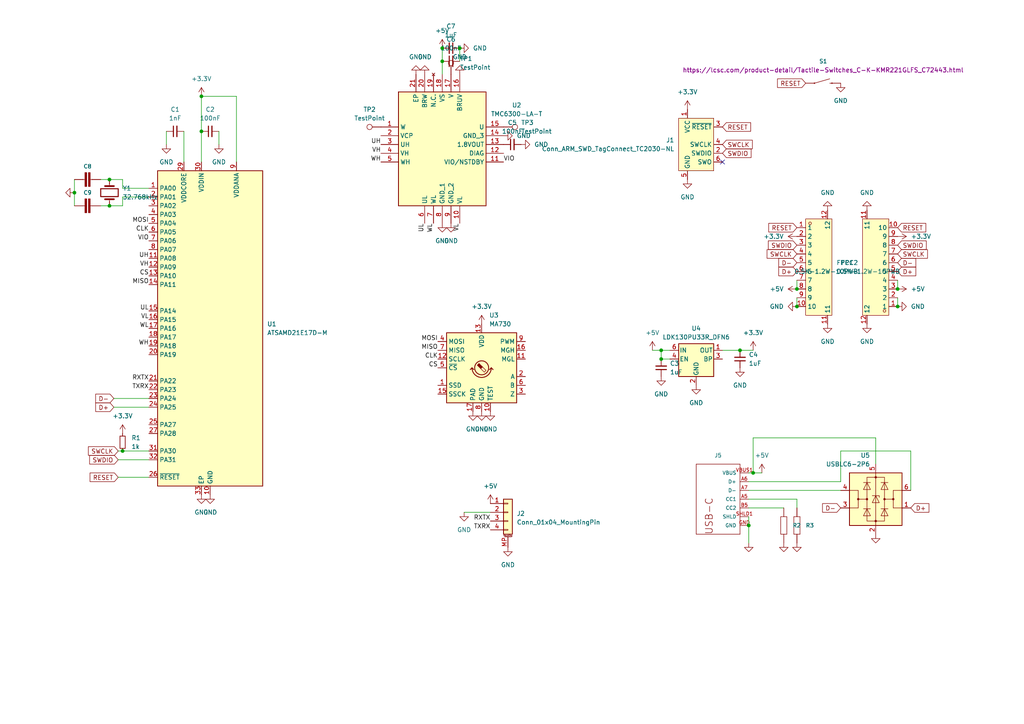
<source format=kicad_sch>
(kicad_sch (version 20231120) (generator "eeschema") (generator_version "8.0")
  (paper "A4")
  (lib_symbols
    (symbol "Connector:Conn_ARM_SWD_TagConnect_TC2030-NL" (in_bom no)
      (property "Reference" "J" (at 2.54 11.43 0))
      (property "Value" "Conn_ARM_SWD_TagConnect_TC2030-NL" (at 2.54 8.89 0))
      (symbol "Conn_ARM_SWD_TagConnect_TC2030-NL_0_0"
        (pin power_in line (at -2.54 10.16 270) (length 2.54) (name "VCC") (number "1"))
        (pin bidirectional line (at 7.62 -2.54 180) (length 2.54) (name "SWDIO") (number "2"))
        (pin open_collector line (at 7.62 5.08 180) (length 2.54) (name "~{RESET}") (number "3"))
        (pin output line (at 7.62 0 180) (length 2.54) (name "SWCLK") (number "4"))
        (pin power_in line (at -2.54 -10.16 90) (length 2.54) (name "GND") (number "5"))
        (pin input line (at 7.62 -5.08 180) (length 2.54) (name "SWO") (number "6"))
      )
      (symbol "Conn_ARM_SWD_TagConnect_TC2030-NL_0_1"
        (rectangle (start -5.08 7.62) (end 5.08 -7.62) (fill (type background)))
      )
    )
    (symbol "Connector:TestPoint" (pin_numbers hide) (pin_names (offset 0.762) hide)
      (property "Reference" "TP" (at 0 6.858 0))
      (property "Value" "TestPoint" (at 0 5.08 0))
      (symbol "TestPoint_0_1"
        (circle (center 0 3.302) (radius 0.762))
      )
      (symbol "TestPoint_1_1"
        (pin passive line (at 0 0 90) (length 2.54) (name "1") (number "1"))
      )
    )
    (symbol "Connector_Generic_MountingPin:Conn_01x04_MountingPin" (pin_names (offset 1.016) hide)
      (property "Reference" "J" (at 0 5.08 0))
      (property "Value" "Conn_01x04_MountingPin" (at 1.27 -7.62 0))
      (symbol "Conn_01x04_MountingPin_1_1"
        (rectangle (start -1.27 -4.953) (end 0 -5.207) (stroke (width 0.1524)))
        (rectangle (start -1.27 -2.413) (end 0 -2.667) (stroke (width 0.1524)))
        (rectangle (start -1.27 0.127) (end 0 -0.127) (stroke (width 0.1524)))
        (rectangle (start -1.27 2.667) (end 0 2.413) (stroke (width 0.1524)))
        (rectangle (start -1.27 3.81) (end 1.27 -6.35) (stroke (width 0.254)) (fill (type background)))
        (polyline (pts (xy -1.016 -7.112) (xy 1.016 -7.112)) (stroke (width 0.1524)))
        (text "Mounting" (at 0 -6.731 0) (effects (font (size 0.381 0.381))))
        (pin passive line (at -5.08 2.54 0) (length 3.81) (name "Pin_1") (number "1"))
        (pin passive line (at -5.08 0 0) (length 3.81) (name "Pin_2") (number "2"))
        (pin passive line (at -5.08 -2.54 0) (length 3.81) (name "Pin_3") (number "3"))
        (pin passive line (at -5.08 -5.08 0) (length 3.81) (name "Pin_4") (number "4"))
        (pin passive line (at 0 -10.16 90) (length 3.048) (name "MountPin") (number "MP"))
      )
    )
    (symbol "Device:C_Small" (pin_numbers hide) (pin_names (offset 0.254) hide)
      (property "Reference" "C" (at 0.254 1.778 0))
      (property "Value" "C_Small" (at 0.254 -2.032 0))
      (symbol "C_Small_0_1"
        (polyline (pts (xy -1.524 -0.508) (xy 1.524 -0.508)) (stroke (width 0.3302)))
        (polyline (pts (xy -1.524 0.508) (xy 1.524 0.508)) (stroke (width 0.3048)))
      )
      (symbol "C_Small_1_1"
        (pin passive line (at 0 2.54 270) (length 2.032) (name "~") (number "1"))
        (pin passive line (at 0 -2.54 90) (length 2.032) (name "~") (number "2"))
      )
    )
    (symbol "Device:R_Small" (pin_numbers hide) (pin_names (offset 0.254) hide)
      (property "Reference" "R" (at 0.762 0.508 0))
      (property "Value" "R_Small" (at 0.762 -1.016 0))
      (symbol "R_Small_0_1"
        (rectangle (start -0.762 1.778) (end 0.762 -1.778) (stroke (width 0.2032)))
      )
      (symbol "R_Small_1_1"
        (pin passive line (at 0 2.54 270) (length 0.762) (name "~") (number "1"))
        (pin passive line (at 0 -2.54 90) (length 0.762) (name "~") (number "2"))
      )
    )
    (symbol "MCU_Microchip_SAMD:ATSAMD21E17D-M"
      (property "Reference" "U" (at -13.97 46.99 0))
      (property "Value" "ATSAMD21E17D-M" (at 16.51 46.99 0))
      (symbol "ATSAMD21E17D-M_1_1"
        (rectangle (start -15.24 45.72) (end 15.24 -45.72) (stroke (width 0.254)) (fill (type background)))
        (pin bidirectional line (at -17.78 40.64 0) (length 2.54) (name "PA00") (number "1"))
        (pin power_in line (at 0 -48.26 90) (length 2.54) (name "GND") (number "10"))
        (pin bidirectional line (at -17.78 20.32 0) (length 2.54) (name "PA08") (number "11"))
        (pin bidirectional line (at -17.78 17.78 0) (length 2.54) (name "PA09") (number "12"))
        (pin bidirectional line (at -17.78 15.24 0) (length 2.54) (name "PA10") (number "13"))
        (pin bidirectional line (at -17.78 12.7 0) (length 2.54) (name "PA11") (number "14"))
        (pin bidirectional line (at -17.78 5.08 0) (length 2.54) (name "PA14") (number "15"))
        (pin bidirectional line (at -17.78 2.54 0) (length 2.54) (name "PA15") (number "16"))
        (pin bidirectional line (at -17.78 0 0) (length 2.54) (name "PA16") (number "17"))
        (pin bidirectional line (at -17.78 -2.54 0) (length 2.54) (name "PA17") (number "18"))
        (pin bidirectional line (at -17.78 -5.08 0) (length 2.54) (name "PA18") (number "19"))
        (pin bidirectional line (at -17.78 38.1 0) (length 2.54) (name "PA01") (number "2"))
        (pin bidirectional line (at -17.78 -7.62 0) (length 2.54) (name "PA19") (number "20"))
        (pin bidirectional line (at -17.78 -15.24 0) (length 2.54) (name "PA22") (number "21"))
        (pin bidirectional line (at -17.78 -17.78 0) (length 2.54) (name "PA23") (number "22"))
        (pin bidirectional line (at -17.78 -20.32 0) (length 2.54) (name "PA24") (number "23"))
        (pin bidirectional line (at -17.78 -22.86 0) (length 2.54) (name "PA25") (number "24"))
        (pin bidirectional line (at -17.78 -27.94 0) (length 2.54) (name "PA27") (number "25"))
        (pin input line (at -17.78 -43.18 0) (length 2.54) (name "~{RESET}") (number "26"))
        (pin bidirectional line (at -17.78 -30.48 0) (length 2.54) (name "PA28") (number "27"))
        (pin passive line (at 0 -48.26 90) (length 2.54) hide (name "GND") (number "28"))
        (pin power_out line (at -7.62 48.26 270) (length 2.54) (name "VDDCORE") (number "29"))
        (pin bidirectional line (at -17.78 35.56 0) (length 2.54) (name "PA02") (number "3"))
        (pin power_in line (at -2.54 48.26 270) (length 2.54) (name "VDDIN") (number "30"))
        (pin bidirectional line (at -17.78 -35.56 0) (length 2.54) (name "PA30") (number "31"))
        (pin bidirectional line (at -17.78 -38.1 0) (length 2.54) (name "PA31") (number "32"))
        (pin passive line (at -2.54 -48.26 90) (length 2.54) (name "EP") (number "33"))
        (pin bidirectional line (at -17.78 33.02 0) (length 2.54) (name "PA03") (number "4"))
        (pin bidirectional line (at -17.78 30.48 0) (length 2.54) (name "PA04") (number "5"))
        (pin bidirectional line (at -17.78 27.94 0) (length 2.54) (name "PA05") (number "6"))
        (pin bidirectional line (at -17.78 25.4 0) (length 2.54) (name "PA06") (number "7"))
        (pin bidirectional line (at -17.78 22.86 0) (length 2.54) (name "PA07") (number "8"))
        (pin power_in line (at 7.62 48.26 270) (length 2.54) (name "VDDANA") (number "9"))
      )
    )
    (symbol "Regulator_Linear:LDK130PU33R_DFN6" (pin_names (offset 0.254))
      (property "Reference" "U" (at -3.81 5.715 0))
      (property "Value" "LDK130PU33R_DFN6" (at 0 5.715 0))
      (symbol "LDK130PU33R_DFN6_0_1"
        (rectangle (start -5.08 4.445) (end 5.08 -5.08) (stroke (width 0.254)) (fill (type background)))
      )
      (symbol "LDK130PU33R_DFN6_1_1"
        (pin power_out line (at 7.62 2.54 180) (length 2.54) (name "OUT") (number "1"))
        (pin power_in line (at 0 -7.62 90) (length 2.54) (name "GND") (number "2"))
        (pin passive line (at 7.62 0 180) (length 2.54) (name "BP") (number "3"))
        (pin input line (at -7.62 0 0) (length 2.54) (name "EN") (number "4"))
        (pin no_connect line (at -5.08 -2.54 0) (length 2.54) hide (name "NC") (number "5"))
        (pin power_in line (at -7.62 2.54 0) (length 2.54) (name "IN") (number "6"))
      )
    )
    (symbol "Sensor_Magnetic:MA730"
      (property "Reference" "U" (at -10.16 11.43 0))
      (property "Value" "MA730" (at 10.16 11.43 0))
      (symbol "MA730_0_1"
        (rectangle (start -10.16 10.16) (end 10.16 -10.16) (stroke (width 0.254)) (fill (type background)))
        (arc (start -2.794 0) (mid 0 -2.7819) (end 2.794 0) (stroke (width 0.254)))
        (polyline (pts (xy -2.794 0) (xy -3.302 -0.508)) (stroke (width 0.254)))
        (polyline (pts (xy -2.794 0) (xy -2.286 -0.508)) (stroke (width 0.254)))
        (polyline (pts (xy 2.794 0) (xy 2.286 -0.508)) (stroke (width 0.254)))
        (polyline (pts (xy 2.794 0) (xy 3.302 -0.508)) (stroke (width 0.254)))
      )
      (symbol "MA730_1_1"
        (polyline (pts (xy 0.254 0.254) (xy 1.27 -0.762) (xy 0.762 -1.27) (xy -0.254 -0.254)))
        (polyline (pts (xy -0.762 1.27) (xy 0.254 0.254) (xy -0.254 -0.254) (xy -1.27 0.762) (xy -1.016 1.016) (xy -0.762 1.27) (xy -0.635 1.143)) (fill (type outline)))
        (circle (center 0 0) (radius 2.032) (stroke (width 0.254)))
        (pin output line (at -12.7 -5.08 0) (length 2.54) (name "SSD") (number "1"))
        (pin passive line (at 2.54 -12.7 90) (length 2.54) (name "TEST") (number "10"))
        (pin output line (at 12.7 2.54 180) (length 2.54) (name "MGL") (number "11"))
        (pin input line (at -12.7 2.54 0) (length 2.54) (name "SCLK") (number "12"))
        (pin power_in line (at 0 12.7 270) (length 2.54) (name "VDD") (number "13"))
        (pin no_connect line (at 5.08 -10.16 90) (length 2.54) hide (name "NC") (number "14"))
        (pin input line (at -12.7 -7.62 0) (length 2.54) (name "SSCK") (number "15"))
        (pin output line (at 12.7 5.08 180) (length 2.54) (name "MGH") (number "16"))
        (pin input line (at -2.54 -12.7 90) (length 2.54) (name "PAD") (number "17"))
        (pin output line (at 12.7 -2.54 180) (length 2.54) (name "A") (number "2"))
        (pin output line (at 12.7 -7.62 180) (length 2.54) (name "Z") (number "3"))
        (pin input line (at -12.7 7.62 0) (length 2.54) (name "MOSI") (number "4"))
        (pin input line (at -12.7 0 0) (length 2.54) (name "~{CS}") (number "5"))
        (pin output line (at 12.7 -5.08 180) (length 2.54) (name "B") (number "6"))
        (pin output line (at -12.7 5.08 0) (length 2.54) (name "MISO") (number "7"))
        (pin power_in line (at 0 -12.7 90) (length 2.54) (name "GND") (number "8"))
        (pin output line (at 12.7 7.62 180) (length 2.54) (name "PWM") (number "9"))
      )
    )
    (symbol "common:0.5K-1.2W-10PWB"
      (property "Reference" "FPC" (at 0 21.59 0))
      (property "Value" "0.5K-1.2W-10PWB" (at 0 -21.59 0))
      (symbol "0.5K-1.2W-10PWB_0_1"
        (rectangle (start -2.54 13.97) (end 5.08 -13.97) (fill (type background)))
        (circle (center -1.27 12.7) (radius 0.38))
        (pin unspecified line (at -5.08 11.43 0) (length 2.54) (name "1") (number "1"))
        (pin unspecified line (at -5.08 -11.43 0) (length 2.54) (name "10") (number "10"))
        (pin unspecified line (at 3.81 -16.51 90) (length 2.54) (name "11") (number "11"))
        (pin unspecified line (at 3.81 16.51 270) (length 2.54) (name "12") (number "12"))
        (pin unspecified line (at -5.08 8.89 0) (length 2.54) (name "2") (number "2"))
        (pin unspecified line (at -5.08 6.35 0) (length 2.54) (name "3") (number "3"))
        (pin unspecified line (at -5.08 3.81 0) (length 2.54) (name "4") (number "4"))
        (pin unspecified line (at -5.08 1.27 0) (length 2.54) (name "5") (number "5"))
        (pin unspecified line (at -5.08 -1.27 0) (length 2.54) (name "6") (number "6"))
        (pin unspecified line (at -5.08 -3.81 0) (length 2.54) (name "7") (number "7"))
        (pin unspecified line (at -5.08 -6.35 0) (length 2.54) (name "8") (number "8"))
        (pin unspecified line (at -5.08 -8.89 0) (length 2.54) (name "9") (number "9"))
      )
    )
    (symbol "common:MOMENTARY-SWITCH-SPST-SMD-4.6X2.8MM" (pin_numbers hide) (pin_names (offset 1.016) hide)
      (property "Reference" "S" (at 0 1.524 0))
      (property "Link" "https://lcsc.com/product-detail/Tactile-Switches_C-K-KMR221GLFS_C72443.html" (at 0 0 0))
      (symbol "MOMENTARY-SWITCH-SPST-SMD-4.6X2.8MM_1_0"
        (polyline (pts (xy -2.54 0) (xy 1.905 1.27)))
        (polyline (pts (xy 1.905 0) (xy 2.54 0)))
      )
      (symbol "MOMENTARY-SWITCH-SPST-SMD-4.6X2.8MM_1_1"
        (circle (center -2.54 0) (radius 0.127) (fill (type outline)))
        (circle (center 2.54 0) (radius 0.127) (fill (type outline)))
        (pin passive line (at -5.08 0 0) (length 2.54) (name "1") (number "1"))
        (pin passive line (at -5.08 0 0) (length 2.54) hide (name "1") (number "2"))
        (pin passive line (at 5.08 0 180) (length 2.54) (name "2") (number "3"))
        (pin passive line (at 5.08 0 180) (length 2.54) hide (name "2") (number "4"))
      )
    )
    (symbol "common:TMC6300-LA-T"
      (property "Reference" "U" (at 31.75 15.24 0))
      (property "Value" "TMC6300-LA-T" (at 31.75 12.7 0))
      (symbol "TMC6300-LA-T_1_1"
        (rectangle (start 5.08 10.16) (end 30.48 -22.86) (stroke (width 0.254)) (fill (type background)))
        (pin passive line (at 0 0 0) (length 5.08) (name "W") (number "1"))
        (pin passive line (at 22.86 -27.94 90) (length 5.08) (name "VL") (number "10"))
        (pin passive line (at 35.56 -10.16 180) (length 5.08) (name "VIO/NSTDBY") (number "11"))
        (pin passive line (at 35.56 -7.62 180) (length 5.08) (name "DIAG") (number "12"))
        (pin passive line (at 35.56 -5.08 180) (length 5.08) (name "1.8VOUT") (number "13"))
        (pin passive line (at 35.56 -2.54 180) (length 5.08) (name "GND_3") (number "14"))
        (pin passive line (at 35.56 0 180) (length 5.08) (name "U") (number "15"))
        (pin passive line (at 22.86 15.24 270) (length 5.08) (name "BRUV") (number "16"))
        (pin passive line (at 20.32 15.24 270) (length 5.08) (name "V") (number "17"))
        (pin passive line (at 17.78 15.24 270) (length 5.08) (name "VS") (number "18"))
        (pin no_connect line (at 15.24 15.24 270) (length 5.08) (name "N.C.") (number "19"))
        (pin passive line (at 0 -2.54 0) (length 5.08) (name "VCP") (number "2"))
        (pin passive line (at 12.7 15.24 270) (length 5.08) (name "BRW") (number "20"))
        (pin passive line (at 10.16 15.24 270) (length 5.08) (name "EP") (number "21"))
        (pin passive line (at 0 -5.08 0) (length 5.08) (name "UH") (number "3"))
        (pin passive line (at 0 -7.62 0) (length 5.08) (name "VH") (number "4"))
        (pin passive line (at 0 -10.16 0) (length 5.08) (name "WH") (number "5"))
        (pin passive line (at 12.7 -27.94 90) (length 5.08) (name "UL") (number "6"))
        (pin passive line (at 15.24 -27.94 90) (length 5.08) (name "WL") (number "7"))
        (pin passive line (at 17.78 -27.94 90) (length 5.08) (name "GND_1") (number "8"))
        (pin passive line (at 20.32 -27.94 90) (length 5.08) (name "GND_2") (number "9"))
      )
    )
    (symbol "ergo-pw:C-EUC0603" (pin_numbers hide) (pin_names (offset 1.016) hide)
      (property "Reference" "C" (at 1.524 0.381 0))
      (symbol "C-EUC0603_1_0"
        (polyline (pts (xy 0 -2.54) (xy 0 -2.032)))
        (polyline (pts (xy 0 0) (xy 0 -0.508)))
      )
      (symbol "C-EUC0603_1_1"
        (rectangle (start -2.032 -2.032) (end 2.032 -1.524) (fill (type outline)))
        (rectangle (start -2.032 -1.016) (end 2.032 -0.508) (fill (type outline)))
        (pin passive line (at 0 2.54 270) (length 2.54) (name "1") (number "1"))
        (pin passive line (at 0 -5.08 90) (length 2.54) (name "2") (number "2"))
      )
    )
    (symbol "ergo-pw:Crystal" (pin_numbers hide) (pin_names (offset 1.016) hide)
      (property "Reference" "Y" (at 0 3.81 0))
      (property "Value" "Crystal" (at 0 -3.81 0))
      (symbol "Crystal_0_1"
        (rectangle (start -1.143 2.54) (end 1.143 -2.54) (stroke (width 0.3048)))
        (polyline (pts (xy -2.54 0) (xy -1.905 0)))
        (polyline (pts (xy -1.905 -1.27) (xy -1.905 1.27)) (stroke (width 0.508)))
        (polyline (pts (xy 1.905 -1.27) (xy 1.905 1.27)) (stroke (width 0.508)))
        (polyline (pts (xy 2.54 0) (xy 1.905 0)))
      )
      (symbol "Crystal_1_1"
        (pin passive line (at -3.81 0 0) (length 1.27) (name "1") (number "1"))
        (pin passive line (at 3.81 0 180) (length 1.27) (name "2") (number "2"))
      )
    )
    (symbol "ergo-pw:GND" (power) (pin_numbers hide) (pin_names (offset 0) hide)
      (property "Value" "GND" (at 0 -3.81 0))
      (symbol "GND_0_1"
        (polyline (pts (xy 0 0) (xy 0 -1.27) (xy 1.27 -1.27) (xy 0 -2.54) (xy -1.27 -1.27) (xy 0 -1.27)))
      )
      (symbol "GND_1_1"
        (pin power_in line (at 0 0 270) (length 0) hide (name "GND") (number "1"))
      )
    )
    (symbol "ergo-pw:R-EU_R0603" (pin_numbers hide) (pin_names (offset 1.016) hide)
      (property "Reference" "R" (at -3.81 1.4986 0))
      (symbol "R-EU_R0603_1_0"
        (polyline (pts (xy -2.54 -0.889) (xy -2.54 0.889)))
        (polyline (pts (xy -2.54 -0.889) (xy 2.54 -0.889)))
        (polyline (pts (xy 2.54 -0.889) (xy 2.54 0.889)))
        (polyline (pts (xy 2.54 0.889) (xy -2.54 0.889)))
      )
      (symbol "R-EU_R0603_1_1"
        (pin passive line (at -5.08 0 0) (length 2.54) (name "1") (number "1"))
        (pin passive line (at 5.08 0 180) (length 2.54) (name "2") (number "2"))
      )
    )
    (symbol "ergo-pw:USBLC6-2SC6" (pin_names hide)
      (property "Reference" "U" (at 2.54 8.89 0))
      (property "Value" "USBLC6-2SC6" (at 2.54 -8.89 0))
      (symbol "USBLC6-2SC6_0_1"
        (rectangle (start -7.62 -7.62) (end 7.62 7.62) (stroke (width 0.254)) (fill (type background)))
        (circle (center -5.08 0) (radius 0.254) (fill (type outline)))
        (circle (center -2.54 0) (radius 0.254) (fill (type outline)))
        (rectangle (start -2.54 6.35) (end 2.54 -6.35))
        (circle (center 0 -6.35) (radius 0.254) (fill (type outline)))
        (polyline (pts (xy -5.08 -2.54) (xy -7.62 -2.54)))
        (polyline (pts (xy -5.08 0) (xy -5.08 -2.54)))
        (polyline (pts (xy -5.08 2.54) (xy -7.62 2.54)))
        (polyline (pts (xy -1.524 -2.794) (xy -3.556 -2.794)))
        (polyline (pts (xy -1.524 4.826) (xy -3.556 4.826)))
        (polyline (pts (xy 0 -7.62) (xy 0 -6.35)))
        (polyline (pts (xy 0 -6.35) (xy 0 1.27)))
        (polyline (pts (xy 0 1.27) (xy 0 6.35)))
        (polyline (pts (xy 0 6.35) (xy 0 7.62)))
        (polyline (pts (xy 1.524 -2.794) (xy 3.556 -2.794)))
        (polyline (pts (xy 1.524 4.826) (xy 3.556 4.826)))
        (polyline (pts (xy 5.08 -2.54) (xy 7.62 -2.54)))
        (polyline (pts (xy 5.08 0) (xy 5.08 -2.54)))
        (polyline (pts (xy 5.08 2.54) (xy 7.62 2.54)))
        (polyline (pts (xy -2.54 0) (xy -5.08 0) (xy -5.08 2.54)))
        (polyline (pts (xy 2.54 0) (xy 5.08 0) (xy 5.08 2.54)))
        (polyline (pts (xy -3.556 -4.826) (xy -1.524 -4.826) (xy -2.54 -2.794) (xy -3.556 -4.826)))
        (polyline (pts (xy -3.556 2.794) (xy -1.524 2.794) (xy -2.54 4.826) (xy -3.556 2.794)))
        (polyline (pts (xy -1.016 -1.016) (xy 1.016 -1.016) (xy 0 1.016) (xy -1.016 -1.016)))
        (polyline (pts (xy 1.016 1.016) (xy 0.762 1.016) (xy -1.016 1.016) (xy -1.016 0.508)))
        (polyline (pts (xy 3.556 -4.826) (xy 1.524 -4.826) (xy 2.54 -2.794) (xy 3.556 -4.826)))
        (polyline (pts (xy 3.556 2.794) (xy 1.524 2.794) (xy 2.54 4.826) (xy 3.556 2.794)))
        (circle (center 0 6.35) (radius 0.254) (fill (type outline)))
        (circle (center 2.54 0) (radius 0.254) (fill (type outline)))
        (circle (center 5.08 0) (radius 0.254) (fill (type outline)))
      )
      (symbol "USBLC6-2SC6_1_1"
        (pin passive line (at -10.16 -2.54 0) (length 2.54) (name "I/O1") (number "1"))
        (pin passive line (at 0 -10.16 90) (length 2.54) (name "GND") (number "2"))
        (pin passive line (at 10.16 -2.54 180) (length 2.54) (name "I/O2") (number "3"))
        (pin passive line (at 10.16 2.54 180) (length 2.54) (name "I/O2") (number "4"))
        (pin passive line (at 0 10.16 270) (length 2.54) (name "VBUS") (number "5"))
        (pin passive line (at -10.16 2.54 0) (length 2.54) (name "I/O1") (number "6"))
      )
    )
    (symbol "ergo-pw:XKB-USB-C16PIN" (pin_names (offset 1.016))
      (property "Reference" "J" (at -2.54 10.414 0))
      (symbol "XKB-USB-C16PIN_1_0"
        (polyline (pts (xy -2.54 -10.16) (xy -2.54 10.16)))
        (polyline (pts (xy -2.54 -10.16) (xy 10.16 -10.16)))
        (polyline (pts (xy 10.16 -10.16) (xy 10.16 10.16)))
        (polyline (pts (xy 10.16 10.16) (xy -2.54 10.16)))
        (text "USB-C" (at 1.1938 -4.8768 900) (effects (font (size 2.032 2.032))))
      )
      (symbol "XKB-USB-C16PIN_1_1"
        (pin bidirectional line (at 12.7 0 180) (length 2.54) (name "CC1") (number "A5"))
        (pin bidirectional line (at 12.7 5.08 180) (length 2.54) (name "D+") (number "A6"))
        (pin bidirectional line (at 12.7 2.54 180) (length 2.54) (name "D-") (number "A7"))
        (pin bidirectional line (at 12.7 -2.54 180) (length 2.54) (name "CC2") (number "B5"))
        (pin bidirectional line (at 12.7 5.08 180) (length 2.54) hide (name "D+") (number "B6"))
        (pin bidirectional line (at 12.7 2.54 180) (length 2.54) hide (name "D-") (number "B7"))
        (pin bidirectional line (at 12.7 -7.62 180) (length 2.54) (name "GND") (number "GND"))
        (pin bidirectional line (at 12.7 -7.62 180) (length 2.54) hide (name "GND") (number "GND2"))
        (pin bidirectional line (at 12.7 -5.08 180) (length 2.54) (name "SHLD") (number "SHLD1"))
        (pin bidirectional line (at 12.7 7.62 180) (length 2.54) (name "VBUS") (number "VBUS1"))
        (pin bidirectional line (at 12.7 7.62 180) (length 2.54) hide (name "VBUS") (number "VBUS2"))
      )
    )
    (symbol "power:+3.3V" (power) (pin_names (offset 0))
      (property "Value" "+3.3V" (at 0 3.556 0))
      (symbol "+3.3V_0_1"
        (polyline (pts (xy -0.762 1.27) (xy 0 2.54)))
        (polyline (pts (xy 0 0) (xy 0 2.54)))
        (polyline (pts (xy 0 2.54) (xy 0.762 1.27)))
      )
      (symbol "+3.3V_1_1"
        (pin power_in line (at 0 0 90) (length 0) hide (name "+3.3V") (number "1"))
      )
    )
    (symbol "power:+5V" (power) (pin_names (offset 0))
      (property "Value" "+5V" (at 0 3.556 0))
      (symbol "+5V_0_1"
        (polyline (pts (xy -0.762 1.27) (xy 0 2.54)))
        (polyline (pts (xy 0 0) (xy 0 2.54)))
        (polyline (pts (xy 0 2.54) (xy 0.762 1.27)))
      )
      (symbol "+5V_1_1"
        (pin power_in line (at 0 0 90) (length 0) hide (name "+5V") (number "1"))
      )
    )
    (symbol "power:GND" (power) (pin_names (offset 0))
      (property "Value" "GND" (at 0 -3.81 0))
      (symbol "GND_0_1"
        (polyline (pts (xy 0 0) (xy 0 -1.27) (xy 1.27 -1.27) (xy 0 -2.54) (xy -1.27 -1.27) (xy 0 -1.27)))
      )
      (symbol "GND_1_1"
        (pin power_in line (at 0 0 270) (length 0) hide (name "GND") (number "1"))
      )
    )
  )
  (junction (at 260.35 83.82))
  (junction (at 133.35 13.97))
  (junction (at 191.77 101.6))
  (junction (at 21.59 55.88))
  (junction (at 58.42 38.1))
  (junction (at 35.56 130.81))
  (junction (at 58.42 27.94))
  (junction (at 31.75 52.07))
  (junction (at 231.14 88.9))
  (junction (at 214.63 101.6))
  (junction (at 217.17 152.4))
  (junction (at 231.14 83.82))
  (junction (at 218.44 137.16))
  (junction (at 191.77 104.14))
  (junction (at 128.27 13.97))
  (junction (at 128.27 17.78))
  (junction (at 31.75 59.69))
  (junction (at 260.35 88.9))
  (no_connect (at 209.55 46.99))
  (wire (pts (xy 68.58 46.99) (xy 68.58 27.94)))
  (wire (pts (xy 35.56 54.61) (xy 43.18 54.61)))
  (wire (pts (xy 134.62 148.59) (xy 142.24 148.59)))
  (wire (pts (xy 217.17 139.7) (xy 243.84 139.7)))
  (wire (pts (xy 58.42 27.94) (xy 58.42 38.1)))
  (wire (pts (xy 43.18 57.15) (xy 35.56 57.15)))
  (wire (pts (xy 217.17 149.86) (xy 217.17 152.4)))
  (wire (pts (xy 128.27 13.97) (xy 128.27 17.78)))
  (wire (pts (xy 217.17 152.4) (xy 217.17 157.48)))
  (wire (pts (xy 133.35 13.97) (xy 133.35 17.78)))
  (wire (pts (xy 35.56 59.69) (xy 31.75 59.69)))
  (wire (pts (xy 217.17 147.32) (xy 227.33 147.32)))
  (wire (pts (xy 214.63 101.6) (xy 218.44 101.6)))
  (wire (pts (xy 34.29 138.43) (xy 43.18 138.43)))
  (wire (pts (xy 48.26 38.1) (xy 48.26 41.91)))
  (wire (pts (xy 31.75 52.07) (xy 35.56 52.07)))
  (wire (pts (xy 231.14 86.36) (xy 231.14 88.9)))
  (wire (pts (xy 21.59 52.07) (xy 21.59 55.88)))
  (wire (pts (xy 243.84 139.7) (xy 243.84 130.81)))
  (wire (pts (xy 264.16 130.81) (xy 264.16 142.24)))
  (wire (pts (xy 194.31 104.14) (xy 191.77 104.14)))
  (wire (pts (xy 58.42 38.1) (xy 58.42 46.99)))
  (wire (pts (xy 35.56 52.07) (xy 35.56 54.61)))
  (wire (pts (xy 34.29 133.35) (xy 43.18 133.35)))
  (wire (pts (xy 29.21 52.07) (xy 31.75 52.07)))
  (wire (pts (xy 34.29 130.81) (xy 35.56 130.81)))
  (wire (pts (xy 21.59 55.88) (xy 21.59 59.69)))
  (wire (pts (xy 191.77 104.14) (xy 191.77 101.6)))
  (wire (pts (xy 254 127) (xy 218.44 127)))
  (wire (pts (xy 68.58 27.94) (xy 58.42 27.94)))
  (wire (pts (xy 254 134.62) (xy 254 127)))
  (wire (pts (xy 218.44 137.16) (xy 220.98 137.16)))
  (wire (pts (xy 35.56 130.81) (xy 43.18 130.81)))
  (wire (pts (xy 209.55 101.6) (xy 214.63 101.6)))
  (wire (pts (xy 217.17 144.78) (xy 231.14 144.78)))
  (wire (pts (xy 33.02 118.11) (xy 43.18 118.11)))
  (wire (pts (xy 218.44 127) (xy 218.44 137.16)))
  (wire (pts (xy 33.02 115.57) (xy 43.18 115.57)))
  (wire (pts (xy 231.14 144.78) (xy 231.14 147.32)))
  (wire (pts (xy 217.17 137.16) (xy 218.44 137.16)))
  (wire (pts (xy 191.77 101.6) (xy 194.31 101.6)))
  (wire (pts (xy 128.27 17.78) (xy 128.27 21.59)))
  (wire (pts (xy 189.23 101.6) (xy 191.77 101.6)))
  (wire (pts (xy 260.35 81.28) (xy 260.35 83.82)))
  (wire (pts (xy 31.75 59.69) (xy 29.21 59.69)))
  (wire (pts (xy 217.17 142.24) (xy 243.84 142.24)))
  (wire (pts (xy 260.35 86.36) (xy 260.35 88.9)))
  (wire (pts (xy 63.5 38.1) (xy 63.5 41.91)))
  (wire (pts (xy 243.84 130.81) (xy 264.16 130.81)))
  (wire (pts (xy 35.56 57.15) (xy 35.56 59.69)))
  (wire (pts (xy 53.34 38.1) (xy 53.34 46.99)))
  (wire (pts (xy 231.14 81.28) (xy 231.14 83.82)))
  (label "VH" (at 110.49 44.45 180))
  (label "WL" (at 125.73 64.77 270))
  (label "UL" (at 123.19 64.77 270))
  (label "WH" (at 110.49 46.99 180))
  (label "MISO" (at 43.18 82.55 180))
  (label "TXRX" (at 43.18 113.03 180))
  (label "UH" (at 43.18 74.93 180))
  (label "MISO" (at 127 101.6 180))
  (label "MOSI" (at 43.18 64.77 180))
  (label "RXTX" (at 43.18 110.49 180))
  (label "VH" (at 43.18 77.47 180))
  (label "RXTX" (at 142.24 151.13 180))
  (label "UL" (at 43.18 90.17 180))
  (label "VL" (at 43.18 92.71 180))
  (label "MOSI" (at 127 99.06 180))
  (label "CLK" (at 43.18 67.31 180))
  (label "VL" (at 133.35 64.77 270))
  (label "CS" (at 43.18 80.01 180))
  (label "WH" (at 43.18 100.33 180))
  (label "TXRX" (at 142.24 153.67 180))
  (label "VIO" (at 146.05 46.99 0))
  (label "UH" (at 110.49 41.91 180))
  (label "VIO" (at 43.18 69.85 180))
  (label "WL" (at 43.18 95.25 180))
  (label "CLK" (at 127 104.14 180))
  (label "CS" (at 127 106.68 180))
  (global_label "D+" (shape input) (at 231.14 78.74 180) (property "Intersheetrefs" "${INTERSHEET_REFS}" (effects (hide yes))))
  (global_label "RESET" (shape input) (at 34.29 138.43 180) (property "Intersheetrefs" "${INTERSHEET_REFS}" (effects (hide yes))))
  (global_label "RESET" (shape input) (at 209.55 36.83 0) (property "Intersheetrefs" "${INTERSHEET_REFS}" (effects (hide yes))))
  (global_label "SWCLK" (shape input) (at 231.14 73.66 180) (property "Intersheetrefs" "${INTERSHEET_REFS}" (effects (hide yes))))
  (global_label "SWDIO" (shape input) (at 34.29 133.35 180) (property "Intersheetrefs" "${INTERSHEET_REFS}" (effects (hide yes))))
  (global_label "D+" (shape input) (at 264.16 147.32 0) (property "Intersheetrefs" "${INTERSHEET_REFS}" (effects (hide yes))))
  (global_label "D-" (shape input) (at 243.84 147.32 180) (property "Intersheetrefs" "${INTERSHEET_REFS}" (effects (hide yes))))
  (global_label "D+" (shape input) (at 260.35 78.74 0) (property "Intersheetrefs" "${INTERSHEET_REFS}" (effects (hide yes))))
  (global_label "RESET" (shape input) (at 231.14 66.04 180) (property "Intersheetrefs" "${INTERSHEET_REFS}" (effects (hide yes))))
  (global_label "D-" (shape input) (at 231.14 76.2 180) (property "Intersheetrefs" "${INTERSHEET_REFS}" (effects (hide yes))))
  (global_label "D-" (shape input) (at 260.35 76.2 0) (property "Intersheetrefs" "${INTERSHEET_REFS}" (effects (hide yes))))
  (global_label "SWCLK" (shape input) (at 34.29 130.81 180) (property "Intersheetrefs" "${INTERSHEET_REFS}" (effects (hide yes))))
  (global_label "SWDIO" (shape input) (at 209.55 44.45 0) (property "Intersheetrefs" "${INTERSHEET_REFS}" (effects (hide yes))))
  (global_label "RESET" (shape input) (at 233.68 24.13 180) (property "Intersheetrefs" "${INTERSHEET_REFS}" (effects (hide yes))))
  (global_label "D+" (shape input) (at 33.02 118.11 180) (property "Intersheetrefs" "${INTERSHEET_REFS}" (effects (hide yes))))
  (global_label "SWCLK" (shape input) (at 209.55 41.91 0) (property "Intersheetrefs" "${INTERSHEET_REFS}" (effects (hide yes))))
  (global_label "D-" (shape input) (at 33.02 115.57 180) (property "Intersheetrefs" "${INTERSHEET_REFS}" (effects (hide yes))))
  (global_label "SWDIO" (shape input) (at 231.14 71.12 180) (property "Intersheetrefs" "${INTERSHEET_REFS}" (effects (hide yes))))
  (global_label "SWDIO" (shape input) (at 260.35 71.12 0) (property "Intersheetrefs" "${INTERSHEET_REFS}" (effects (hide yes))))
  (global_label "RESET" (shape input) (at 260.35 66.04 0) (property "Intersheetrefs" "${INTERSHEET_REFS}" (effects (hide yes))))
  (global_label "SWCLK" (shape input) (at 260.35 73.66 0) (property "Intersheetrefs" "${INTERSHEET_REFS}" (effects (hide yes))))
  (symbol (lib_id "power:GND") (at 48.26 41.91 0) (unit 1)
    (property "Reference" "#PWR04" (effects (hide yes)))
    (property "Value" "GND" (at 48.26 46.99 0))
  )
  (symbol (lib_id "power:+3.3V") (at 199.39 31.75 0) (unit 1)
    (property "Reference" "#PWR01" (effects (hide yes)))
    (property "Value" "+3.3V" (at 199.39 26.67 0))
  )
  (symbol (lib_id "power:+3.3V") (at 260.35 68.58 270) (unit 1)
    (property "Reference" "#PWR044" (effects (hide yes)))
    (property "Value" "+3.3V" (at 264.16 68.5799 90) (effects (justify left)))
  )
  (symbol (lib_id "power:+3.3V") (at 231.14 68.58 90) (unit 1)
    (property "Reference" "#PWR043" (effects (hide yes)))
    (property "Value" "+3.3V" (at 227.33 68.5799 90) (effects (justify left)))
  )
  (symbol (lib_id "Device:C_Small") (at 130.81 17.78 90) (unit 1)
    (property "Reference" "C6" (at 130.8163 11.43 90))
    (property "Value" "100nF" (at 130.8163 13.97 90))
    (property "Footprint" "Capacitor_SMD:C_0402_1005Metric" (effects (hide yes)))
    (property "LCSC Part Number" "C2169363" (effects (hide yes)))
    (property "LCSC Part" "C2169363" (effects (hide yes)))
  )
  (symbol (lib_id "power:+5V") (at 260.35 83.82 270) (mirror x) (unit 1)
    (property "Reference" "#PWR031" (effects (hide yes)))
    (property "Value" "+5V" (at 264.16 83.8199 90) (effects (justify left)))
  )
  (symbol (lib_id "power:GND") (at 214.63 106.68 0) (unit 1)
    (property "Reference" "#PWR012" (effects (hide yes)))
    (property "Value" "GND" (at 214.63 111.76 0))
  )
  (symbol (lib_id "Connector:TestPoint") (at 110.49 36.83 90) (unit 1)
    (property "Reference" "TP2" (at 107.188 31.75 90))
    (property "Value" "TestPoint" (at 107.188 34.29 90))
    (property "Footprint" "TestPoint:TestPoint_Pad_D1.5mm" (effects (hide yes)))
    (property "Description" "test point" (effects (hide yes)))
  )
  (symbol (lib_id "ergo-pw:R-EU_R0603") (at 227.33 152.4 90) (unit 1)
    (property "Reference" "R2" (at 229.87 152.4 90) (effects (font (size 1.143 1.143)) (justify right)))
    (property "Value" "5.1k" (effects (hide yes)))
    (property "Footprint" "common:R_0402_1005Metric" (effects (hide yes)))
    (property "LCSC Part" "C25941" (effects (hide yes)))
  )
  (symbol (lib_id "power:GND") (at 137.16 119.38 0) (unit 1)
    (property "Reference" "#PWR015" (effects (hide yes)))
    (property "Value" "GND" (at 137.16 124.46 0))
  )
  (symbol (lib_id "power:GND") (at 199.39 52.07 0) (unit 1)
    (property "Reference" "#PWR02" (effects (hide yes)))
    (property "Value" "GND" (at 199.39 57.15 0))
  )
  (symbol (lib_id "ergo-pw:GND") (at 227.33 157.48 0) (unit 1)
    (property "Reference" "#PWR035" (effects (hide yes)))
    (property "Value" "GND" (effects (hide yes)))
  )
  (symbol (lib_id "Device:C_Small") (at 214.63 104.14 180) (unit 1)
    (property "Reference" "C4" (at 217.17 102.8635 0) (effects (justify right)))
    (property "Value" "1uF" (at 217.17 105.4035 0) (effects (justify right)))
    (property "Footprint" "Capacitor_SMD:C_0402_1005Metric" (effects (hide yes)))
    (property "LCSC Part Number" "C2169363" (effects (hide yes)))
    (property "LCSC Part" "C2169363" (effects (hide yes)))
  )
  (symbol (lib_id "power:+5V") (at 220.98 137.16 0) (unit 1)
    (property "Reference" "#PWR040" (effects (hide yes)))
    (property "Value" "+5V" (at 220.98 132.08 0))
  )
  (symbol (lib_id "ergo-pw:GND") (at 217.17 157.48 0) (unit 1)
    (property "Reference" "#PWR034" (effects (hide yes)))
    (property "Value" "GND" (effects (hide yes)))
  )
  (symbol (lib_id "Device:C_Small") (at 50.8 38.1 90) (unit 1)
    (property "Reference" "C1" (at 50.8063 31.75 90))
    (property "Value" "1nF" (at 50.8063 34.29 90))
    (property "Footprint" "Capacitor_SMD:C_0402_1005Metric" (effects (hide yes)))
    (property "LCSC Part Number" "C129637" (effects (hide yes)))
    (property "LCSC Part" "C129637" (effects (hide yes)))
  )
  (symbol (lib_id "power:GND") (at 142.24 119.38 0) (unit 1)
    (property "Reference" "#PWR017" (effects (hide yes)))
    (property "Value" "GND" (at 142.24 124.46 0))
  )
  (symbol (lib_id "Connector:TestPoint") (at 130.81 21.59 0) (unit 1)
    (property "Reference" "TP1" (at 133.35 17.0179 0) (effects (justify left)))
    (property "Value" "TestPoint" (at 133.35 19.5579 0) (effects (justify left)))
    (property "Footprint" "TestPoint:TestPoint_Pad_D1.5mm" (effects (hide yes)))
    (property "Description" "test point" (effects (hide yes)))
  )
  (symbol (lib_id "Device:C_Small") (at 60.96 38.1 90) (unit 1)
    (property "Reference" "C2" (at 60.9663 31.75 90))
    (property "Value" "100nF" (at 60.9663 34.29 90))
    (property "Footprint" "Capacitor_SMD:C_0402_1005Metric" (effects (hide yes)))
    (property "LCSC Part Number" "C2169363" (effects (hide yes)))
    (property "LCSC Part" "C2169363" (effects (hide yes)))
  )
  (symbol (lib_id "Sensor_Magnetic:MA730") (at 139.7 106.68 0) (unit 1)
    (property "Reference" "U3" (at 141.8941 91.44 0) (effects (justify left)))
    (property "Value" "MA730" (at 141.8941 93.98 0) (effects (justify left)))
    (property "Footprint" "Package_DFN_QFN:QFN-16-1EP_3x3mm_P0.5mm_EP1.45x1.45mm" (effects (hide yes)))
    (property "Datasheet" "https://www.monolithicpower.com/pub/media/document/m/a/ma730_r1.01.pdf" (effects (hide yes)))
    (property "Description" "Magnetic rotary angle sensor, 14-bit, SPI interface, ABZ, PWM, QFN-16" (effects (hide yes)))
  )
  (symbol (lib_id "power:GND") (at 260.35 88.9 90) (mirror x) (unit 1)
    (property "Reference" "#PWR032" (effects (hide yes)))
    (property "Value" "GND" (at 264.16 88.8999 90) (effects (justify right)))
  )
  (symbol (lib_id "power:+3.3V") (at 139.7 93.98 0) (unit 1)
    (property "Reference" "#PWR014" (effects (hide yes)))
    (property "Value" "+3.3V" (at 139.7 88.9 0))
  )
  (symbol (lib_id "ergo-pw:C-EUC0603") (at 26.67 59.69 270) (unit 1)
    (property "Reference" "C9" (at 25.4 55.88 90) (effects (font (size 1.143 1.143))))
    (property "Value" "12pF" (effects (hide yes)))
    (property "Footprint" "common:C_0402_1005Metric" (effects (hide yes)))
    (property "LCSC Part" "C1547" (effects (hide yes)))
  )
  (symbol (lib_id "power:GND") (at 120.65 21.59 180) (unit 1)
    (property "Reference" "#PWR021" (effects (hide yes)))
    (property "Value" "GND" (at 120.65 16.51 0))
  )
  (symbol (lib_id "power:+3.3V") (at 35.56 125.73 0) (unit 1)
    (property "Reference" "#PWR03" (effects (hide yes)))
    (property "Value" "+3.3V" (at 35.56 120.65 0))
  )
  (symbol (lib_id "power:GND") (at 251.46 93.98 0) (mirror y) (unit 1)
    (property "Reference" "#PWR033" (effects (hide yes)))
    (property "Value" "GND" (at 251.46 99.06 0))
  )
  (symbol (lib_id "power:GND") (at 151.13 41.91 90) (unit 1)
    (property "Reference" "#PWR023" (effects (hide yes)))
    (property "Value" "GND" (at 154.94 41.9099 90) (effects (justify right)))
  )
  (symbol (lib_id "power:GND") (at 191.77 109.22 0) (unit 1)
    (property "Reference" "#PWR010" (effects (hide yes)))
    (property "Value" "GND" (at 191.77 114.3 0))
  )
  (symbol (lib_id "power:GND") (at 133.35 13.97 90) (unit 1)
    (property "Reference" "#PWR024" (effects (hide yes)))
    (property "Value" "GND" (at 137.16 13.9699 90) (effects (justify right)))
  )
  (symbol (lib_id "power:+5V") (at 142.24 146.05 0) (unit 1)
    (property "Reference" "#PWR025" (effects (hide yes)))
    (property "Value" "+5V" (at 142.24 140.97 0))
  )
  (symbol (lib_id "power:+3.3V") (at 218.44 101.6 0) (unit 1)
    (property "Reference" "#PWR013" (effects (hide yes)))
    (property "Value" "+3.3V" (at 218.44 96.52 0))
  )
  (symbol (lib_id "power:GND") (at 240.03 60.96 0) (mirror x) (unit 1)
    (property "Reference" "#PWR030" (effects (hide yes)))
    (property "Value" "GND" (at 240.03 55.88 0))
  )
  (symbol (lib_id "power:GND") (at 146.05 39.37 90) (unit 1)
    (property "Reference" "#PWR020" (effects (hide yes)))
    (property "Value" "GND" (at 149.86 39.3699 90) (effects (justify right)))
  )
  (symbol (lib_id "Device:R_Small") (at 35.56 128.27 0) (unit 1)
    (property "Reference" "R1" (at 38.1 127 0) (effects (justify left)))
    (property "Value" "1k" (at 38.1 129.54 0) (effects (justify left)))
    (property "Footprint" "Resistor_SMD:R_0402_1005Metric" (effects (hide yes)))
    (property "LCSC Part" "C2906899" (effects (hide yes)))
  )
  (symbol (lib_id "power:GND") (at 60.96 143.51 0) (unit 1)
    (property "Reference" "#PWR07" (effects (hide yes)))
    (property "Value" "GND" (at 60.96 148.59 0))
  )
  (symbol (lib_id "power:GND") (at 58.42 143.51 0) (unit 1)
    (property "Reference" "#PWR06" (effects (hide yes)))
    (property "Value" "GND" (at 58.42 148.59 0))
  )
  (symbol (lib_id "Regulator_Linear:LDK130PU33R_DFN6") (at 201.93 104.14 0) (unit 1)
    (property "Reference" "U4" (at 201.93 95.25 0))
    (property "Value" "LDK130PU33R_DFN6" (at 201.93 97.79 0))
    (property "Footprint" "Package_DFN_QFN:DFN-6_1.3x1.2mm_P0.4mm" (effects (hide yes)))
    (property "Datasheet" "http://www.st.com/content/ccc/resource/technical/document/datasheet/29/10/f7/87/2f/66/47/f4/DM00076097.pdf/files/DM00076097.pdf/jcr:content/translations/en.DM00076097.pdf" (effects (hide yes)))
    (property "Description" "300mA low dropout linear regulator, low quiescent current very, low noise, shutdown pin, fixed 3.3V positive output, DFN-6" (effects (hide yes)))
    (property "LCSC Part" "C5267896" (effects (hide yes)))
  )
  (symbol (lib_id "power:GND") (at 231.14 88.9 270) (unit 1)
    (property "Reference" "#PWR029" (effects (hide yes)))
    (property "Value" "GND" (at 227.33 88.8999 90) (effects (justify right)))
  )
  (symbol (lib_id "power:GND") (at 139.7 119.38 0) (unit 1)
    (property "Reference" "#PWR016" (effects (hide yes)))
    (property "Value" "GND" (at 139.7 124.46 0))
  )
  (symbol (lib_id "power:GND") (at 201.93 111.76 0) (unit 1)
    (property "Reference" "#PWR011" (effects (hide yes)))
    (property "Value" "GND" (at 201.93 116.84 0))
  )
  (symbol (lib_id "Device:C_Small") (at 148.59 41.91 90) (unit 1)
    (property "Reference" "C5" (at 148.5963 35.56 90))
    (property "Value" "100nF" (at 148.5963 38.1 90))
    (property "Footprint" "Capacitor_SMD:C_0402_1005Metric" (effects (hide yes)))
    (property "LCSC Part Number" "C2169363" (effects (hide yes)))
    (property "LCSC Part" "C2169363" (effects (hide yes)))
  )
  (symbol (lib_id "Connector_Generic_MountingPin:Conn_01x04_MountingPin") (at 147.32 148.59 0) (unit 1)
    (property "Reference" "J2" (at 149.86 148.9455 0) (effects (justify left)))
    (property "Value" "Conn_01x04_MountingPin" (at 149.86 151.4855 0) (effects (justify left)))
    (property "Footprint" "Connector_Molex:Molex_Pico-EZmate_78171-0004_1x04-1MP_P1.20mm_Vertical" (effects (hide yes)))
    (property "Description" "Generic connectable mounting pin connector, single row, 01x04, script generated (kicad-library-utils/schlib/autogen/connector/)" (effects (hide yes)))
    (property "LCSC Part" "C2840019" (effects (hide yes)))
  )
  (symbol (lib_id "common:MOMENTARY-SWITCH-SPST-SMD-4.6X2.8MM") (at 238.76 24.13 0) (unit 1)
    (property "Reference" "S1" (at 238.76 17.78 0) (effects (font (size 1.143 1.143))))
    (property "Value" "MOMENTARY-SWITCH-SPST-SMD-4.6X2.8MM" (effects (hide yes)))
    (property "Footprint" "common:TACTILE_SWITCH_SMD_4.6X2.8MM" (effects (hide yes)))
    (property "Link" "https://lcsc.com/product-detail/Tactile-Switches_C-K-KMR221GLFS_C72443.html" (at 238.76 20.32 0))
    (property "LCSC Part" "C269272" (effects (hide yes)))
  )
  (symbol (lib_id "ergo-pw:GND") (at 21.59 55.88 270) (unit 1)
    (property "Reference" "#PWR046" (effects (hide yes)))
    (property "Value" "GND" (effects (hide yes)))
  )
  (symbol (lib_id "ergo-pw:C-EUC0603") (at 24.13 52.07 90) (unit 1)
    (property "Reference" "C8" (at 25.4 48.26 90) (effects (font (size 1.143 1.143))))
    (property "Value" "12pF" (effects (hide yes)))
    (property "Footprint" "common:C_0402_1005Metric" (effects (hide yes)))
    (property "LCSC Part" "C1547" (effects (hide yes)))
  )
  (symbol (lib_id "power:GND") (at 147.32 158.75 0) (unit 1)
    (property "Reference" "#PWR027" (effects (hide yes)))
    (property "Value" "GND" (at 147.32 163.83 0))
  )
  (symbol (lib_id "ergo-pw:USBLC6-2SC6") (at 254 144.78 0) (mirror y) (unit 1)
    (property "Reference" "U5" (at 252.3489 132.08 0) (effects (justify left)))
    (property "Value" "USBLC6-2P6" (at 252.3489 134.62 0) (effects (justify left)))
    (property "Footprint" "common:SOT-666" (effects (hide yes)))
    (property "Datasheet" "https://www.st.com/resource/en/datasheet/usblc6-2.pdf" (effects (hide yes)))
    (property "LCSC Part" "C15999" (effects (hide yes)))
  )
  (symbol (lib_id "power:GND") (at 130.81 64.77 0) (unit 1)
    (property "Reference" "#PWR019" (effects (hide yes)))
    (property "Value" "GND" (at 130.81 69.85 0))
  )
  (symbol (lib_id "ergo-pw:Crystal") (at 31.75 55.88 90) (unit 1)
    (property "Reference" "Y1" (at 35.56 54.61 90) (effects (justify right)))
    (property "Value" "32.768kHz" (at 35.56 57.15 90) (effects (justify right)))
    (property "Footprint" "common:Crystal_SMD_2012-2Pin_2.0x1.2mm" (effects (hide yes)))
    (property "LCSC Part" "C97602" (effects (hide yes)))
    (property "Digikey Part" "XC2743TR-ND" (effects (hide yes)))
  )
  (symbol (lib_id "Device:C_Small") (at 130.81 13.97 270) (unit 1)
    (property "Reference" "C7" (at 130.8036 7.62 90))
    (property "Value" "1uF" (at 130.8036 10.16 90))
    (property "Footprint" "Capacitor_SMD:C_0402_1005Metric" (effects (hide yes)))
    (property "LCSC Part Number" "C2169363" (effects (hide yes)))
    (property "LCSC Part" "C2169363" (effects (hide yes)))
  )
  (symbol (lib_id "ergo-pw:XKB-USB-C16PIN") (at 204.47 144.78 0) (unit 1)
    (property "Reference" "J5" (at 208.28 132.08 0) (effects (font (size 1.143 1.143))))
    (property "Value" "XKB-USB-C16PIN" (effects (hide yes)))
    (property "Footprint" "common:XKB-USB-C-16P" (effects (hide yes)))
    (property "LCSC Part" "C319148" (effects (hide yes)))
    (property "Notes" "4 TH Pads" (effects (hide yes)))
  )
  (symbol (lib_id "power:GND") (at 243.84 24.13 0) (mirror y) (unit 1)
    (property "Reference" "#PWR045" (effects (hide yes)))
    (property "Value" "GND" (at 243.84 29.21 0))
  )
  (symbol (lib_id "common:0.5K-1.2W-10PWB") (at 236.22 77.47 0) (unit 1)
    (property "Reference" "FPC1" (at 242.57 76.1999 0) (effects (justify left)))
    (property "Value" "0.5K-1.2W-10PWB" (at 242.57 78.7399 0) (effects (justify left)))
    (property "Footprint" "common:CONN-SMD_10P-P0.50_0.5K-1.2W-10PWB" (effects (hide yes)))
    (property "LCSC Part" "C5337033" (effects (hide yes)))
  )
  (symbol (lib_id "power:GND") (at 133.35 21.59 180) (unit 1)
    (property "Reference" "#PWR039" (effects (hide yes)))
    (property "Value" "GND" (at 133.35 16.51 0))
  )
  (symbol (lib_id "power:+5V") (at 128.27 13.97 0) (unit 1)
    (property "Reference" "#PWR022" (effects (hide yes)))
    (property "Value" "+5V" (at 128.27 8.89 0))
  )
  (symbol (lib_id "power:GND") (at 128.27 64.77 0) (unit 1)
    (property "Reference" "#PWR018" (effects (hide yes)))
    (property "Value" "GND" (at 128.27 69.85 0))
  )
  (symbol (lib_id "common:TMC6300-LA-T") (at 110.49 36.83 0) (unit 1)
    (property "Reference" "U2" (at 149.86 30.5114 0))
    (property "Value" "TMC6300-LA-T" (at 149.86 33.0514 0))
    (property "Footprint" "common:QFN40P300X300X90-21N" (effects (hide yes)))
    (property "Datasheet" "https://www.analog.com/TMC6300/datasheet" (effects (hide yes)))
    (property "Description" "Highly Efficient Low Voltage, Zero Standby Current Driver for 3-Phase BLDC/PMSM Motors up to 2A peak, Triple Half-Bridge with separate HS and LS control signals" (effects (hide yes)))
    (property "Height" "0.9" (effects (hide yes)))
    (property "Mouser Part Number" "700-TMC6300-LA-T" (effects (hide yes)))
    (property "Mouser Price/Stock" "https://www.mouser.co.uk/ProductDetail/ADI-Trinamic/TMC6300-LA-T?qs=TiOZkKH1s2SPDan6zA6fKg%3D%3D" (effects (hide yes)))
    (property "Manufacturer_Name" "Analog Devices" (effects (hide yes)))
    (property "Manufacturer_Part_Number" "TMC6300-LA-T" (effects (hide yes)))
    (property "LCSC Part" "C5274455" (effects (hide yes)))
  )
  (symbol (lib_id "power:GND") (at 251.46 60.96 0) (mirror x) (unit 1)
    (property "Reference" "#PWR041" (effects (hide yes)))
    (property "Value" "GND" (at 251.46 55.88 0))
  )
  (symbol (lib_id "MCU_Microchip_SAMD:ATSAMD21E17D-M") (at 60.96 95.25 0) (unit 1)
    (property "Reference" "U1" (at 77.47 93.9799 0) (effects (justify left)))
    (property "Value" "ATSAMD21E17D-M" (at 77.47 96.5199 0) (effects (justify left)))
    (property "Footprint" "Package_DFN_QFN:QFN-32-1EP_5x5mm_P0.5mm_EP3.6x3.6mm" (effects (hide yes)))
    (property "Datasheet" "http://ww1.microchip.com/downloads/en/DeviceDoc/SAM_D21_DA1_Family_Data%20Sheet_DS40001882E.pdf" (effects (hide yes)))
    (property "Description" "SAM D21 Microchip SMART ARM-based Flash MCU, 48Mhz, 128K Flash w/ 4K RWW, 16K SRAM, QFN-32" (effects (hide yes)))
    (property "LCSC Part" "C614245" (effects (hide yes)))
  )
  (symbol (lib_id "power:+5V") (at 189.23 101.6 0) (unit 1)
    (property "Reference" "#PWR09" (effects (hide yes)))
    (property "Value" "+5V" (at 189.23 96.52 0))
  )
  (symbol (lib_id "ergo-pw:GND") (at 231.14 157.48 0) (unit 1)
    (property "Reference" "#PWR036" (effects (hide yes)))
    (property "Value" "GND" (effects (hide yes)))
  )
  (symbol (lib_id "ergo-pw:GND") (at 254 154.94 0) (unit 1)
    (property "Reference" "#PWR037" (effects (hide yes)))
    (property "Value" "GND" (effects (hide yes)))
  )
  (symbol (lib_id "Connector:Conn_ARM_SWD_TagConnect_TC2030-NL") (at 201.93 41.91 0) (unit 1) (in_bom no)
    (property "Reference" "J1" (at 195.58 40.64 0) (effects (justify right)))
    (property "Value" "Conn_ARM_SWD_TagConnect_TC2030-NL" (at 195.58 43.18 0) (effects (justify right)))
    (property "Footprint" "Connector:Tag-Connect_TC2030-IDC-NL_2x03_P1.27mm_Vertical" (effects (hide yes)))
    (property "Datasheet" "https://www.tag-connect.com/wp-content/uploads/bsk-pdf-manager/TC2030-CTX_1.pdf" (effects (hide yes)))
  )
  (symbol (lib_id "power:GND") (at 63.5 41.91 0) (unit 1)
    (property "Reference" "#PWR08" (effects (hide yes)))
    (property "Value" "GND" (at 63.5 46.99 0))
  )
  (symbol (lib_id "power:GND") (at 240.03 93.98 0) (mirror y) (unit 1)
    (property "Reference" "#PWR042" (effects (hide yes)))
    (property "Value" "GND" (at 240.03 99.06 0))
  )
  (symbol (lib_id "power:GND") (at 134.62 148.59 0) (unit 1)
    (property "Reference" "#PWR026" (effects (hide yes)))
    (property "Value" "GND" (at 134.62 153.67 0))
  )
  (symbol (lib_id "power:GND") (at 123.19 21.59 180) (unit 1)
    (property "Reference" "#PWR038" (effects (hide yes)))
    (property "Value" "GND" (at 123.19 16.51 0))
  )
  (symbol (lib_id "common:0.5K-1.2W-10PWB") (at 255.27 77.47 180) (unit 1)
    (property "Reference" "FPC2" (at 248.92 76.1999 0) (effects (justify left)))
    (property "Value" "0.5K-1.2W-10PWB" (at 248.92 78.7399 0) (effects (justify left)))
    (property "Footprint" "common:CONN-SMD_10P-P0.50_0.5K-1.2W-10PWB" (effects (hide yes)))
    (property "LCSC Part" "C5337033" (effects (hide yes)))
  )
  (symbol (lib_id "Device:C_Small") (at 191.77 106.68 180) (unit 1)
    (property "Reference" "C3" (at 194.31 105.4035 0) (effects (justify right)))
    (property "Value" "1uF" (at 194.31 107.9435 0) (effects (justify right)))
    (property "Footprint" "Capacitor_SMD:C_0402_1005Metric" (effects (hide yes)))
    (property "LCSC Part Number" "C2169363" (effects (hide yes)))
    (property "LCSC Part" "C2169363" (effects (hide yes)))
  )
  (symbol (lib_id "power:+3.3V") (at 58.42 27.94 0) (unit 1)
    (property "Reference" "#PWR05" (effects (hide yes)))
    (property "Value" "+3.3V" (at 58.42 22.86 0))
  )
  (symbol (lib_id "ergo-pw:R-EU_R0603") (at 231.14 152.4 90) (unit 1)
    (property "Reference" "R3" (at 233.68 152.4 90) (effects (font (size 1.143 1.143)) (justify right)))
    (property "Value" "5.1k" (effects (hide yes)))
    (property "Footprint" "common:R_0402_1005Metric" (effects (hide yes)))
    (property "LCSC Part" "C25941" (effects (hide yes)))
  )
  (symbol (lib_id "Connector:TestPoint") (at 146.05 36.83 270) (unit 1)
    (property "Reference" "TP3" (at 151.13 35.5599 90) (effects (justify left)))
    (property "Value" "TestPoint" (at 151.13 38.0999 90) (effects (justify left)))
    (property "Footprint" "TestPoint:TestPoint_Pad_D1.5mm" (effects (hide yes)))
    (property "Description" "test point" (effects (hide yes)))
  )
  (symbol (lib_id "power:+5V") (at 231.14 83.82 90) (unit 1)
    (property "Reference" "#PWR028" (effects (hide yes)))
    (property "Value" "+5V" (at 227.33 83.8199 90) (effects (justify left)))
  )
)
</source>
